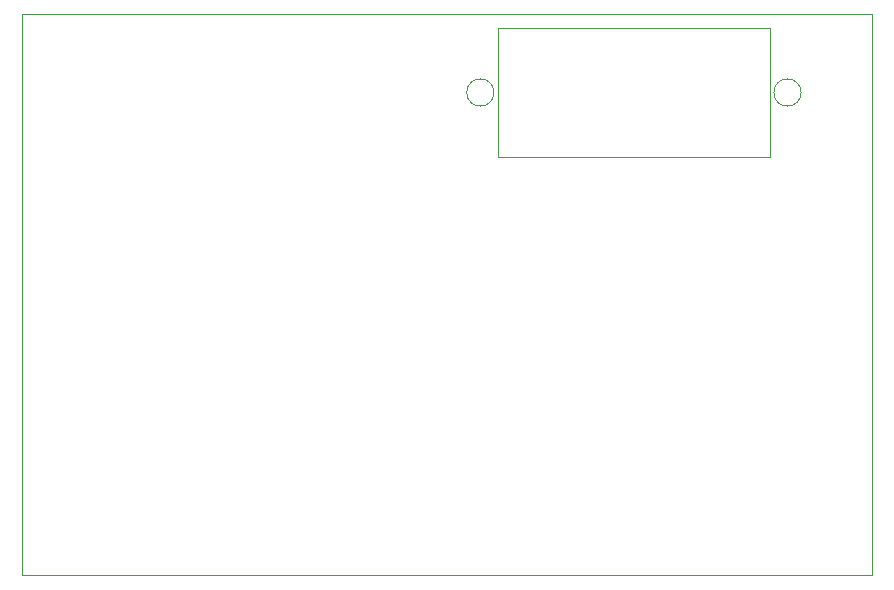
<source format=gm1>
%TF.GenerationSoftware,KiCad,Pcbnew,(6.0.11)*%
%TF.CreationDate,2023-05-24T21:09:08+09:00*%
%TF.ProjectId,power,706f7765-722e-46b6-9963-61645f706362,rev?*%
%TF.SameCoordinates,Original*%
%TF.FileFunction,Profile,NP*%
%FSLAX46Y46*%
G04 Gerber Fmt 4.6, Leading zero omitted, Abs format (unit mm)*
G04 Created by KiCad (PCBNEW (6.0.11)) date 2023-05-24 21:09:08*
%MOMM*%
%LPD*%
G01*
G04 APERTURE LIST*
%TA.AperFunction,Profile*%
%ADD10C,0.100000*%
%TD*%
%TA.AperFunction,Profile*%
%ADD11C,0.120000*%
%TD*%
G04 APERTURE END LIST*
D10*
X96920000Y-63506000D02*
X168920000Y-63506000D01*
X168920000Y-63506000D02*
X168920000Y-111006000D01*
X168920000Y-111006000D02*
X96920000Y-111006000D01*
X96920000Y-111006000D02*
X96920000Y-63506000D01*
D11*
%TO.C,MES1*%
X137236000Y-75626000D02*
X160236000Y-75626000D01*
X160236000Y-72126000D02*
X160236000Y-68126000D01*
X137236000Y-72126000D02*
X137236000Y-75626000D01*
X160236000Y-64626000D02*
X137236000Y-64626000D01*
X137236000Y-64626000D02*
X137236000Y-68126000D01*
X160236000Y-75626000D02*
X160236000Y-72126000D01*
X137236000Y-68126000D02*
X137236000Y-72126000D01*
X160236000Y-68126000D02*
X160236000Y-64626000D01*
X136886000Y-70126000D02*
G75*
G03*
X136886000Y-70126000I-1150000J0D01*
G01*
X162886000Y-70126000D02*
G75*
G03*
X162886000Y-70126000I-1150000J0D01*
G01*
%TD*%
M02*

</source>
